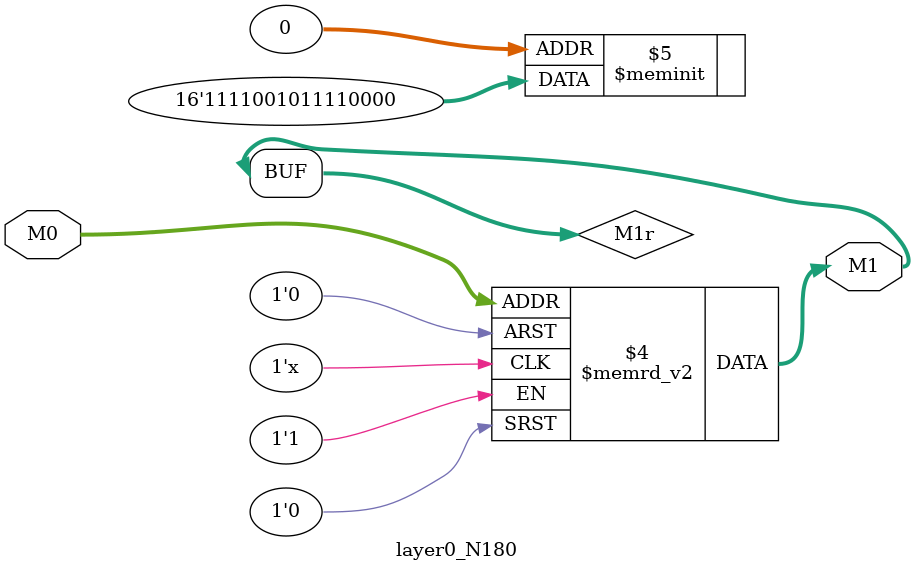
<source format=v>
module layer0_N180 ( input [2:0] M0, output [1:0] M1 );

	(*rom_style = "distributed" *) reg [1:0] M1r;
	assign M1 = M1r;
	always @ (M0) begin
		case (M0)
			3'b000: M1r = 2'b00;
			3'b100: M1r = 2'b10;
			3'b010: M1r = 2'b11;
			3'b110: M1r = 2'b11;
			3'b001: M1r = 2'b00;
			3'b101: M1r = 2'b00;
			3'b011: M1r = 2'b11;
			3'b111: M1r = 2'b11;

		endcase
	end
endmodule

</source>
